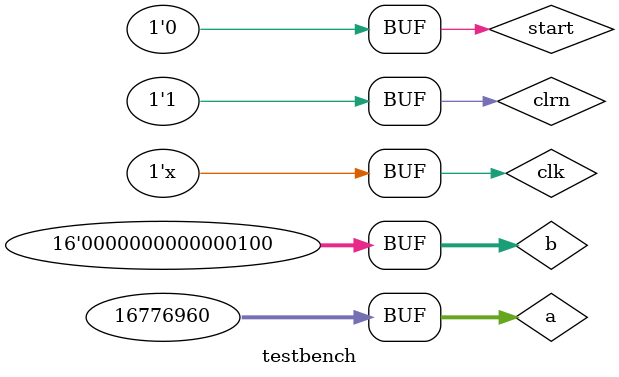
<source format=v>
`timescale 1ns / 1ps

module testbench();
    reg clrn, start, clk;
    reg [31:0] a;
    reg [15:0] b;
    wire [31:0] q;
    wire [15:0] r;
    wire busy, ready;
    wire [4:0] count;
    
    src div(clk, clrn, start, a, b, r, q, count, busy, ready);
    initial
    begin
        clrn = 0;
        start = 0;
        clk = 1;
        a = 'h4c7f228a;
        b = 'h6a0e;
        #5
        start = 1;
        clrn = 1;
        #10
        start = 0;
        
        #325
        clrn = 0;
        start = 0;
        a = 'hffff00;
        b = 'h4;
        #5
        start = 1;
        clrn = 1;
        #10
        start = 0;
    end
    always
    begin
        #5
        clk = ~clk;
    end
endmodule

</source>
